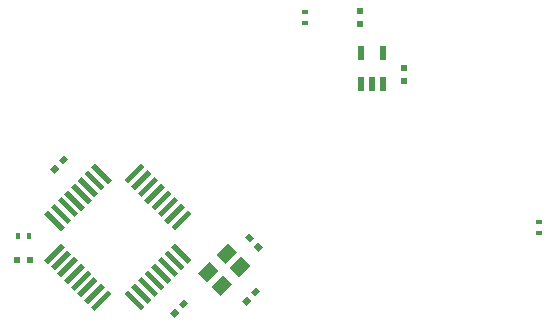
<source format=gtp>
%FSLAX46Y46*%
G04 Gerber Fmt 4.6, Leading zero omitted, Abs format (unit mm)*
G04 Created by KiCad (PCBNEW (2014-10-27 BZR 5228)-product) date 2/24/2015 9:22:20 PM*
%MOMM*%
G01*
G04 APERTURE LIST*
%ADD10C,0.100000*%
%ADD11R,0.500000X0.600000*%
%ADD12R,0.600000X0.500000*%
%ADD13R,0.400000X0.600000*%
%ADD14R,0.600000X0.400000*%
%ADD15R,0.548640X1.198880*%
G04 APERTURE END LIST*
D10*
D11*
X39624000Y-8086000D03*
X39624000Y-9186000D03*
D12*
X7916000Y-24384000D03*
X6816000Y-24384000D03*
D10*
G36*
X20998264Y-27670182D02*
X21351818Y-28023736D01*
X20927554Y-28448000D01*
X20574000Y-28094446D01*
X20998264Y-27670182D01*
X20998264Y-27670182D01*
G37*
G36*
X20220446Y-28448000D02*
X20574000Y-28801554D01*
X20149736Y-29225818D01*
X19796182Y-28872264D01*
X20220446Y-28448000D01*
X20220446Y-28448000D01*
G37*
G36*
X10838264Y-15478182D02*
X11191818Y-15831736D01*
X10767554Y-16256000D01*
X10414000Y-15902446D01*
X10838264Y-15478182D01*
X10838264Y-15478182D01*
G37*
G36*
X10060446Y-16256000D02*
X10414000Y-16609554D01*
X9989736Y-17033818D01*
X9636182Y-16680264D01*
X10060446Y-16256000D01*
X10060446Y-16256000D01*
G37*
D11*
X35877500Y-3260000D03*
X35877500Y-4360000D03*
D10*
G36*
X27094264Y-26654182D02*
X27447818Y-27007736D01*
X27023554Y-27432000D01*
X26670000Y-27078446D01*
X27094264Y-26654182D01*
X27094264Y-26654182D01*
G37*
G36*
X26316446Y-27432000D02*
X26670000Y-27785554D01*
X26245736Y-28209818D01*
X25892182Y-27856264D01*
X26316446Y-27432000D01*
X26316446Y-27432000D01*
G37*
G36*
X27701818Y-23284264D02*
X27348264Y-23637818D01*
X26924000Y-23213554D01*
X27277554Y-22860000D01*
X27701818Y-23284264D01*
X27701818Y-23284264D01*
G37*
G36*
X26924000Y-22506446D02*
X26570446Y-22860000D01*
X26146182Y-22435736D01*
X26499736Y-22082182D01*
X26924000Y-22506446D01*
X26924000Y-22506446D01*
G37*
G36*
X21601094Y-24342025D02*
X21283193Y-24659926D01*
X19869700Y-23246433D01*
X20187601Y-22928532D01*
X21601094Y-24342025D01*
X21601094Y-24342025D01*
G37*
G36*
X21035338Y-24907781D02*
X20717437Y-25225682D01*
X19303944Y-23812189D01*
X19621845Y-23494288D01*
X21035338Y-24907781D01*
X21035338Y-24907781D01*
G37*
G36*
X20469582Y-25473537D02*
X20151681Y-25791438D01*
X18738188Y-24377945D01*
X19056089Y-24060044D01*
X20469582Y-25473537D01*
X20469582Y-25473537D01*
G37*
G36*
X19903826Y-26039294D02*
X19585925Y-26357195D01*
X18172432Y-24943702D01*
X18490333Y-24625801D01*
X19903826Y-26039294D01*
X19903826Y-26039294D01*
G37*
G36*
X19338070Y-26605050D02*
X19020169Y-26922951D01*
X17606676Y-25509458D01*
X17924577Y-25191557D01*
X19338070Y-26605050D01*
X19338070Y-26605050D01*
G37*
G36*
X18772313Y-27170806D02*
X18454412Y-27488707D01*
X17040919Y-26075214D01*
X17358820Y-25757313D01*
X18772313Y-27170806D01*
X18772313Y-27170806D01*
G37*
G36*
X18206557Y-27736562D02*
X17888656Y-28054463D01*
X16475163Y-26640970D01*
X16793064Y-26323069D01*
X18206557Y-27736562D01*
X18206557Y-27736562D01*
G37*
G36*
X17640801Y-28302318D02*
X17322900Y-28620219D01*
X15909407Y-27206726D01*
X16227308Y-26888825D01*
X17640801Y-28302318D01*
X17640801Y-28302318D01*
G37*
G36*
X10880464Y-21534797D02*
X10562563Y-21852698D01*
X9149070Y-20439205D01*
X9466971Y-20121304D01*
X10880464Y-21534797D01*
X10880464Y-21534797D01*
G37*
G36*
X14849738Y-17565524D02*
X14531837Y-17883425D01*
X13118344Y-16469932D01*
X13436245Y-16152031D01*
X14849738Y-17565524D01*
X14849738Y-17565524D01*
G37*
G36*
X14275001Y-18140260D02*
X13957100Y-18458161D01*
X12543607Y-17044668D01*
X12861508Y-16726767D01*
X14275001Y-18140260D01*
X14275001Y-18140260D01*
G37*
G36*
X13700265Y-18714997D02*
X13382364Y-19032898D01*
X11968871Y-17619405D01*
X12286772Y-17301504D01*
X13700265Y-18714997D01*
X13700265Y-18714997D01*
G37*
G36*
X13143489Y-19271773D02*
X12825588Y-19589674D01*
X11412095Y-18176181D01*
X11729996Y-17858280D01*
X13143489Y-19271773D01*
X13143489Y-19271773D01*
G37*
G36*
X12568753Y-19846509D02*
X12250852Y-20164410D01*
X10837359Y-18750917D01*
X11155260Y-18433016D01*
X12568753Y-19846509D01*
X12568753Y-19846509D01*
G37*
G36*
X12011977Y-20403285D02*
X11694076Y-20721186D01*
X10280583Y-19307693D01*
X10598484Y-18989792D01*
X12011977Y-20403285D01*
X12011977Y-20403285D01*
G37*
G36*
X11437240Y-20978021D02*
X11119339Y-21295922D01*
X9705846Y-19882429D01*
X10023747Y-19564528D01*
X11437240Y-20978021D01*
X11437240Y-20978021D01*
G37*
G36*
X14817409Y-27213910D02*
X13403916Y-28627403D01*
X13086015Y-28309502D01*
X14499508Y-26896009D01*
X14817409Y-27213910D01*
X14817409Y-27213910D01*
G37*
G36*
X14253449Y-26649950D02*
X12839956Y-28063443D01*
X12522055Y-27745542D01*
X13935548Y-26332049D01*
X14253449Y-26649950D01*
X14253449Y-26649950D01*
G37*
G36*
X13685896Y-26082398D02*
X12272403Y-27495891D01*
X11954502Y-27177990D01*
X13367995Y-25764497D01*
X13685896Y-26082398D01*
X13685896Y-26082398D01*
G37*
G36*
X13121936Y-25518438D02*
X11708443Y-26931931D01*
X11390542Y-26614030D01*
X12804035Y-25200537D01*
X13121936Y-25518438D01*
X13121936Y-25518438D01*
G37*
G36*
X12554384Y-24950886D02*
X11140891Y-26364379D01*
X10822990Y-26046478D01*
X12236483Y-24632985D01*
X12554384Y-24950886D01*
X12554384Y-24950886D01*
G37*
G36*
X11990424Y-24386926D02*
X10576931Y-25800419D01*
X10259030Y-25482518D01*
X11672523Y-24069025D01*
X11990424Y-24386926D01*
X11990424Y-24386926D01*
G37*
G36*
X11422872Y-23819373D02*
X10009379Y-25232866D01*
X9691478Y-24914965D01*
X11104971Y-23501472D01*
X11422872Y-23819373D01*
X11422872Y-23819373D01*
G37*
G36*
X10858912Y-23255413D02*
X9445419Y-24668906D01*
X9127518Y-24351005D01*
X10541011Y-22937512D01*
X10858912Y-23255413D01*
X10858912Y-23255413D01*
G37*
G36*
X21602890Y-20421245D02*
X20189397Y-21834738D01*
X19871496Y-21516837D01*
X21284989Y-20103344D01*
X21602890Y-20421245D01*
X21602890Y-20421245D01*
G37*
G36*
X21046114Y-19864469D02*
X19632621Y-21277962D01*
X19314720Y-20960061D01*
X20728213Y-19546568D01*
X21046114Y-19864469D01*
X21046114Y-19864469D01*
G37*
G36*
X20471378Y-19289732D02*
X19057885Y-20703225D01*
X18739984Y-20385324D01*
X20153477Y-18971831D01*
X20471378Y-19289732D01*
X20471378Y-19289732D01*
G37*
G36*
X19914602Y-18732956D02*
X18501109Y-20146449D01*
X18183208Y-19828548D01*
X19596701Y-18415055D01*
X19914602Y-18732956D01*
X19914602Y-18732956D01*
G37*
G36*
X19357826Y-18176181D02*
X17944333Y-19589674D01*
X17626432Y-19271773D01*
X19039925Y-17858280D01*
X19357826Y-18176181D01*
X19357826Y-18176181D01*
G37*
G36*
X18783090Y-17601444D02*
X17369597Y-19014937D01*
X17051696Y-18697036D01*
X18465189Y-17283543D01*
X18783090Y-17601444D01*
X18783090Y-17601444D01*
G37*
G36*
X18208353Y-17026708D02*
X16794860Y-18440201D01*
X16476959Y-18122300D01*
X17890452Y-16708807D01*
X18208353Y-17026708D01*
X18208353Y-17026708D01*
G37*
G36*
X17633617Y-16451971D02*
X16220124Y-17865464D01*
X15902223Y-17547563D01*
X17315716Y-16134070D01*
X17633617Y-16451971D01*
X17633617Y-16451971D01*
G37*
D13*
X7816000Y-22352000D03*
X6916000Y-22352000D03*
D14*
X31242000Y-3360000D03*
X31242000Y-4260000D03*
X51054000Y-22040000D03*
X51054000Y-21140000D03*
D15*
X35943540Y-9425940D03*
X36893500Y-9425940D03*
X37843460Y-9425940D03*
X37843460Y-6830060D03*
X35943540Y-6830060D03*
D10*
G36*
X25621437Y-25817751D02*
X24843620Y-25039934D01*
X25833569Y-24049985D01*
X26611386Y-24827802D01*
X25621437Y-25817751D01*
X25621437Y-25817751D01*
G37*
G36*
X24490066Y-24686380D02*
X23712249Y-23908563D01*
X24702198Y-22918614D01*
X25480015Y-23696431D01*
X24490066Y-24686380D01*
X24490066Y-24686380D01*
G37*
G36*
X22934431Y-26242015D02*
X22156614Y-25464198D01*
X23146563Y-24474249D01*
X23924380Y-25252066D01*
X22934431Y-26242015D01*
X22934431Y-26242015D01*
G37*
G36*
X24065802Y-27373386D02*
X23287985Y-26595569D01*
X24277934Y-25605620D01*
X25055751Y-26383437D01*
X24065802Y-27373386D01*
X24065802Y-27373386D01*
G37*
M02*

</source>
